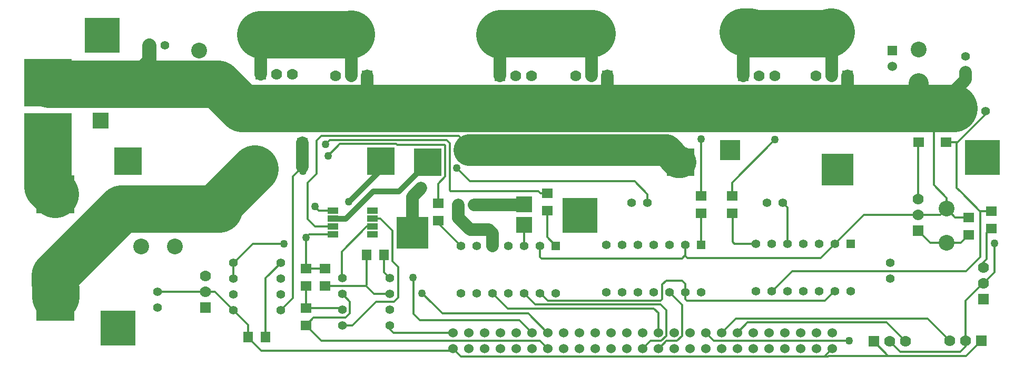
<source format=gbl>
G04 (created by PCBNEW (22-Jun-2014 BZR 4027)-stable) date vie 24 oct 2014 06:28:31 CST*
%MOIN*%
G04 Gerber Fmt 3.4, Leading zero omitted, Abs format*
%FSLAX34Y34*%
G01*
G70*
G90*
G04 APERTURE LIST*
%ADD10C,0.00590551*%
%ADD11R,0.06X0.06*%
%ADD12C,0.06*%
%ADD13R,0.3X0.3*%
%ADD14R,0.24X0.24*%
%ADD15R,0.175X0.175*%
%ADD16R,0.2X0.2*%
%ADD17R,0.125X0.125*%
%ADD18R,0.1X0.1*%
%ADD19R,0.22X0.22*%
%ADD20C,0.055*%
%ADD21R,0.071X0.063*%
%ADD22R,0.063X0.071*%
%ADD23R,0.055X0.055*%
%ADD24C,0.1*%
%ADD25R,0.065X0.04*%
%ADD26C,0.07*%
%ADD27R,0.07X0.07*%
%ADD28C,0.05*%
%ADD29C,0.012*%
%ADD30C,0.08*%
%ADD31C,0.3*%
%ADD32C,0.125*%
%ADD33C,0.09*%
%ADD34C,0.2*%
%ADD35C,0.035*%
G04 APERTURE END LIST*
G54D10*
G54D11*
X106830Y-54205D03*
G54D12*
X106830Y-55205D03*
G54D13*
X53402Y-59645D03*
X53402Y-56235D03*
G54D14*
X53870Y-63280D03*
X53870Y-70080D03*
G54D15*
X58450Y-61200D03*
X74450Y-61200D03*
X77430Y-61250D03*
X93430Y-61250D03*
G54D16*
X76450Y-65740D03*
G54D17*
X96550Y-60490D03*
G54D16*
X103365Y-61730D03*
G54D18*
X83530Y-65215D03*
X83530Y-63925D03*
G54D19*
X56810Y-53230D03*
X57838Y-71764D03*
X112518Y-60956D03*
G54D20*
X112738Y-58030D03*
X111738Y-58030D03*
X98888Y-63835D03*
X99888Y-63835D03*
X80375Y-63960D03*
X79375Y-63960D03*
X60315Y-70475D03*
X60315Y-69475D03*
X90340Y-63830D03*
X91340Y-63830D03*
X106700Y-67640D03*
X106700Y-68640D03*
X111474Y-54566D03*
X111474Y-55566D03*
X60785Y-53850D03*
X59785Y-53850D03*
G54D21*
X78099Y-64964D03*
X78099Y-63864D03*
X84986Y-64328D03*
X84986Y-63228D03*
X69500Y-58930D03*
X69500Y-60030D03*
X94740Y-64480D03*
X94740Y-63380D03*
G54D22*
X73560Y-67130D03*
X74660Y-67130D03*
G54D21*
X69720Y-71590D03*
X69720Y-70490D03*
X69720Y-68000D03*
X69720Y-69100D03*
X70920Y-68000D03*
X70920Y-69100D03*
X113080Y-64350D03*
X113080Y-65450D03*
X96690Y-64504D03*
X96690Y-63404D03*
X110235Y-60010D03*
X110235Y-58910D03*
X108490Y-58910D03*
X108490Y-60010D03*
X111675Y-64750D03*
X111675Y-65850D03*
G54D22*
X67166Y-72336D03*
X66066Y-72336D03*
G54D20*
X75024Y-68605D03*
X75024Y-69605D03*
X75024Y-70605D03*
X75024Y-71605D03*
X72024Y-71605D03*
X72024Y-70605D03*
X72024Y-69605D03*
X72024Y-68605D03*
X65116Y-67624D03*
X65116Y-68624D03*
X65116Y-69624D03*
X65116Y-70624D03*
X68116Y-70624D03*
X68116Y-69624D03*
X68116Y-68624D03*
X68116Y-67624D03*
G54D23*
X85522Y-66546D03*
G54D20*
X84522Y-66546D03*
X83522Y-66546D03*
X82522Y-66546D03*
X81522Y-66546D03*
X80522Y-66546D03*
X79522Y-66546D03*
X79522Y-69546D03*
X80522Y-69546D03*
X81522Y-69546D03*
X82522Y-69546D03*
X83522Y-69546D03*
X84522Y-69546D03*
X85522Y-69546D03*
G54D23*
X94740Y-66502D03*
G54D20*
X93740Y-66502D03*
X92740Y-66502D03*
X91740Y-66502D03*
X90740Y-66502D03*
X89740Y-66502D03*
X88740Y-66502D03*
X88740Y-69502D03*
X89740Y-69502D03*
X90740Y-69502D03*
X91740Y-69502D03*
X92740Y-69502D03*
X93740Y-69502D03*
X94740Y-69502D03*
G54D23*
X104180Y-66420D03*
G54D20*
X103180Y-66420D03*
X102180Y-66420D03*
X101180Y-66420D03*
X100180Y-66420D03*
X99180Y-66420D03*
X98180Y-66420D03*
X98180Y-69420D03*
X99180Y-69420D03*
X100180Y-69420D03*
X101180Y-69420D03*
X102180Y-69420D03*
X103180Y-69420D03*
X104180Y-69420D03*
G54D12*
X79014Y-73051D03*
X79025Y-72060D03*
X84014Y-73051D03*
X80014Y-72051D03*
X85014Y-73051D03*
X81014Y-72051D03*
X86014Y-73051D03*
X82014Y-72051D03*
X87014Y-73051D03*
X83014Y-72051D03*
X88014Y-73051D03*
X84014Y-72051D03*
X89014Y-73051D03*
X85014Y-72051D03*
X90014Y-73051D03*
X86014Y-72051D03*
X91014Y-73051D03*
X87014Y-72051D03*
X92014Y-73051D03*
X88014Y-72051D03*
X93014Y-73051D03*
X89014Y-72051D03*
X94014Y-73051D03*
X90014Y-72051D03*
X91014Y-72051D03*
X95014Y-73051D03*
X92014Y-72051D03*
X94014Y-72051D03*
X95014Y-72051D03*
X96014Y-72051D03*
X97014Y-72051D03*
X96014Y-73051D03*
X97014Y-73051D03*
X80014Y-73051D03*
X81014Y-73051D03*
X82014Y-73051D03*
X83014Y-73051D03*
X98014Y-73051D03*
X98014Y-72051D03*
X93014Y-72051D03*
X99014Y-73051D03*
X99014Y-72051D03*
X100014Y-73051D03*
X100014Y-72051D03*
X101014Y-73051D03*
X101014Y-72051D03*
X102014Y-73051D03*
X102014Y-72051D03*
X103014Y-73051D03*
X103014Y-72051D03*
G54D24*
X62964Y-54194D03*
X62964Y-56334D03*
X61420Y-66610D03*
X59280Y-66610D03*
X108500Y-54125D03*
X108500Y-56265D03*
X110260Y-66350D03*
X110260Y-64210D03*
G54D18*
X56737Y-58627D03*
X56739Y-57110D03*
G54D25*
X73910Y-65830D03*
X73910Y-65330D03*
X73910Y-64830D03*
X73910Y-64330D03*
X71410Y-64330D03*
X71410Y-64830D03*
X71410Y-65330D03*
X71410Y-65830D03*
G54D10*
G36*
X85945Y-65720D02*
X85945Y-63520D01*
X88145Y-63520D01*
X88145Y-65720D01*
X85945Y-65720D01*
X85945Y-65720D01*
G37*
G54D26*
X71600Y-55800D03*
X72600Y-55800D03*
G54D27*
X73600Y-55800D03*
G54D26*
X68850Y-55700D03*
X67850Y-55700D03*
G54D27*
X66850Y-55700D03*
G54D26*
X99400Y-55800D03*
X98400Y-55800D03*
G54D27*
X97400Y-55800D03*
G54D26*
X84000Y-55800D03*
X83000Y-55800D03*
G54D27*
X82000Y-55800D03*
G54D26*
X102000Y-55800D03*
X103000Y-55800D03*
G54D27*
X104000Y-55800D03*
G54D26*
X86800Y-55800D03*
X87800Y-55800D03*
G54D27*
X88800Y-55800D03*
X108460Y-65600D03*
G54D26*
X108460Y-63600D03*
X108460Y-64600D03*
G54D27*
X112590Y-69925D03*
G54D26*
X112590Y-67925D03*
X112590Y-68925D03*
G54D27*
X105650Y-72600D03*
G54D26*
X107650Y-72600D03*
X106650Y-72600D03*
G54D27*
X112452Y-72556D03*
G54D26*
X110452Y-72556D03*
X111452Y-72556D03*
G54D27*
X63360Y-70465D03*
G54D26*
X63360Y-68465D03*
X63360Y-69465D03*
G54D28*
X66374Y-61732D03*
X113302Y-66395D03*
X70278Y-64068D03*
X104097Y-72555D03*
X76500Y-68550D03*
X72420Y-63750D03*
X77000Y-62910D03*
X69533Y-61821D03*
X77072Y-69561D03*
X79254Y-61641D03*
X68341Y-66423D03*
X69737Y-66012D03*
X99405Y-59835D03*
X94738Y-59801D03*
X71124Y-60860D03*
X70960Y-60130D03*
G54D29*
X68116Y-67624D02*
X68116Y-67654D01*
X68116Y-67654D02*
X67166Y-68604D01*
X71980Y-67615D02*
X71980Y-68561D01*
X71980Y-68561D02*
X72024Y-68605D01*
X71980Y-67615D02*
X71980Y-66914D01*
X71980Y-66914D02*
X73564Y-65330D01*
X73908Y-65352D02*
X73564Y-65330D01*
X67166Y-68604D02*
X67166Y-72336D01*
G54D30*
X66407Y-61765D02*
X66407Y-61787D01*
X66374Y-61732D02*
X66407Y-61765D01*
G54D31*
X64228Y-64216D02*
X64228Y-63966D01*
X64228Y-63966D02*
X66407Y-61787D01*
X64138Y-64216D02*
X64228Y-64216D01*
X64123Y-64231D02*
X64138Y-64216D01*
X58060Y-64230D02*
X62458Y-64230D01*
X62458Y-64230D02*
X64123Y-64231D01*
X53870Y-68420D02*
X58060Y-64230D01*
X53880Y-69790D02*
X53870Y-68420D01*
X66407Y-61787D02*
X66484Y-61710D01*
G54D29*
X113302Y-68215D02*
X113302Y-66395D01*
X112592Y-68925D02*
X113302Y-68215D01*
X112592Y-68925D02*
X112590Y-68925D01*
X108460Y-60040D02*
X108490Y-60010D01*
X108450Y-60050D02*
X108490Y-60010D01*
X111452Y-72556D02*
X111452Y-72935D01*
X107310Y-73260D02*
X106650Y-72600D01*
X111127Y-73260D02*
X107310Y-73260D01*
X111452Y-72935D02*
X111127Y-73260D01*
X112590Y-68925D02*
X112564Y-68925D01*
X112564Y-68925D02*
X111452Y-70037D01*
X111452Y-70037D02*
X111452Y-72556D01*
X108460Y-63600D02*
X108460Y-60040D01*
G54D30*
X88800Y-55800D02*
X88800Y-56551D01*
X88800Y-56551D02*
X90119Y-57870D01*
X104000Y-55800D02*
X104000Y-56630D01*
X104000Y-56630D02*
X105231Y-57861D01*
G54D29*
X103190Y-66420D02*
X105010Y-64600D01*
X103190Y-66420D02*
X103180Y-66420D01*
X109870Y-64600D02*
X110260Y-64210D01*
X110260Y-64210D02*
X110260Y-63520D01*
X110260Y-63520D02*
X109450Y-62710D01*
X109450Y-62710D02*
X109450Y-57775D01*
X109450Y-57215D02*
X108500Y-56265D01*
X71410Y-64330D02*
X70540Y-64330D01*
X70540Y-64330D02*
X70278Y-64068D01*
G54D30*
X111474Y-55566D02*
X111474Y-56036D01*
X111474Y-56036D02*
X109649Y-57861D01*
G54D32*
X108500Y-56265D02*
X108500Y-56712D01*
X108500Y-56712D02*
X109649Y-57861D01*
G54D31*
X102389Y-57861D02*
X105231Y-57861D01*
X105231Y-57861D02*
X109649Y-57861D01*
X109649Y-57861D02*
X110700Y-57870D01*
X110700Y-57870D02*
X110721Y-57849D01*
G54D29*
X111675Y-64750D02*
X110800Y-64750D01*
X110800Y-64750D02*
X110260Y-64210D01*
X103180Y-66420D02*
X103180Y-66425D01*
X102286Y-67319D02*
X93870Y-67319D01*
X93870Y-67319D02*
X93740Y-67189D01*
X93740Y-67189D02*
X93740Y-66502D01*
X103180Y-66425D02*
X102286Y-67319D01*
X66066Y-72336D02*
X66066Y-71574D01*
X66066Y-71574D02*
X65116Y-70624D01*
X65116Y-70624D02*
X65116Y-70621D01*
X63960Y-69465D02*
X63360Y-69465D01*
X65116Y-70621D02*
X63960Y-69465D01*
X60315Y-69475D02*
X63350Y-69475D01*
X63350Y-69475D02*
X63360Y-69465D01*
X66066Y-72336D02*
X66066Y-72351D01*
X66066Y-72351D02*
X66893Y-73178D01*
X103180Y-69420D02*
X103151Y-69420D01*
X93960Y-70016D02*
X93839Y-70016D01*
X102555Y-70016D02*
X93960Y-70016D01*
X93839Y-70016D02*
X93740Y-69917D01*
X93740Y-69917D02*
X93740Y-69502D01*
X103151Y-69420D02*
X102555Y-70016D01*
X103014Y-73051D02*
X103014Y-73064D01*
X103014Y-73064D02*
X102531Y-73548D01*
X84522Y-69546D02*
X84554Y-69546D01*
X84554Y-69546D02*
X85030Y-70022D01*
X105650Y-72600D02*
X105650Y-72610D01*
X105650Y-72610D02*
X106561Y-73521D01*
X106130Y-73521D02*
X102780Y-73521D01*
X102780Y-73521D02*
X102753Y-73548D01*
X79511Y-73548D02*
X79014Y-73051D01*
X102531Y-73548D02*
X79511Y-73548D01*
X102753Y-73548D02*
X102531Y-73548D01*
X78887Y-73178D02*
X79014Y-73051D01*
X66893Y-73178D02*
X78887Y-73178D01*
X75024Y-71605D02*
X75024Y-71814D01*
X75270Y-72060D02*
X79025Y-72060D01*
X75024Y-71814D02*
X75270Y-72060D01*
X93740Y-68967D02*
X93740Y-69502D01*
X93520Y-68747D02*
X93740Y-68967D01*
X92512Y-68747D02*
X93520Y-68747D01*
X92250Y-69009D02*
X92512Y-68747D01*
X92250Y-69940D02*
X92250Y-69009D01*
X92167Y-70022D02*
X92250Y-69940D01*
X85030Y-70022D02*
X92167Y-70022D01*
X70534Y-64330D02*
X70266Y-64062D01*
X70278Y-64068D02*
X70272Y-64062D01*
X70272Y-64062D02*
X70266Y-64062D01*
X111487Y-73521D02*
X112452Y-72556D01*
X106561Y-73521D02*
X111487Y-73521D01*
X106130Y-73521D02*
X106561Y-73521D01*
X93740Y-66502D02*
X93740Y-67141D01*
X84522Y-67246D02*
X84522Y-66546D01*
X84626Y-67350D02*
X84522Y-67246D01*
X93531Y-67350D02*
X84626Y-67350D01*
X93740Y-67141D02*
X93531Y-67350D01*
G54D30*
X102389Y-57861D02*
X102380Y-57870D01*
G54D31*
X73590Y-57870D02*
X87090Y-57870D01*
X87090Y-57870D02*
X90119Y-57870D01*
X90119Y-57870D02*
X102380Y-57870D01*
G54D33*
X59785Y-53850D02*
X59785Y-54815D01*
X59785Y-54815D02*
X58266Y-56334D01*
G54D31*
X73590Y-57870D02*
X70448Y-57870D01*
X70448Y-57870D02*
X65700Y-57870D01*
X53501Y-56334D02*
X53402Y-56235D01*
X64164Y-56334D02*
X58266Y-56334D01*
X58266Y-56334D02*
X53501Y-56334D01*
X65700Y-57870D02*
X64164Y-56334D01*
G54D30*
X73600Y-55800D02*
X73590Y-57870D01*
X73590Y-57870D02*
X73595Y-57875D01*
G54D29*
X108460Y-64600D02*
X105010Y-64600D01*
X108460Y-64600D02*
X109870Y-64600D01*
X98180Y-66420D02*
X96830Y-66420D01*
X96710Y-64524D02*
X96690Y-64504D01*
X96710Y-66300D02*
X96710Y-64524D01*
X96830Y-66420D02*
X96710Y-66300D01*
X94740Y-66502D02*
X94740Y-64480D01*
X112590Y-67925D02*
X112590Y-67590D01*
X112800Y-65730D02*
X113080Y-65450D01*
X112800Y-67380D02*
X112800Y-65730D01*
X112590Y-67590D02*
X112800Y-67380D01*
X95014Y-72051D02*
X95014Y-72054D01*
X95014Y-72054D02*
X95514Y-72554D01*
X104096Y-72554D02*
X104097Y-72555D01*
X95514Y-72554D02*
X104096Y-72554D01*
X84546Y-70263D02*
X84239Y-70263D01*
X84239Y-70263D02*
X83522Y-69546D01*
X91510Y-72555D02*
X91014Y-73051D01*
X92204Y-72555D02*
X91510Y-72555D01*
X92512Y-72247D02*
X92204Y-72555D01*
X92512Y-70627D02*
X92512Y-72247D01*
X92148Y-70263D02*
X92512Y-70627D01*
X84546Y-70263D02*
X92148Y-70263D01*
X92014Y-73051D02*
X92047Y-73051D01*
X92542Y-72556D02*
X93206Y-72556D01*
X92047Y-73051D02*
X92542Y-72556D01*
X93515Y-70277D02*
X92740Y-69502D01*
X93206Y-72556D02*
X93515Y-72247D01*
X93515Y-72247D02*
X93515Y-70277D01*
X71410Y-65330D02*
X70280Y-65330D01*
X70280Y-65330D02*
X69820Y-64870D01*
X79387Y-59577D02*
X80305Y-60495D01*
X70686Y-59577D02*
X79387Y-59577D01*
X70378Y-59885D02*
X70686Y-59577D01*
X70378Y-61996D02*
X70378Y-59885D01*
X69820Y-62554D02*
X70378Y-61996D01*
X69820Y-64870D02*
X69820Y-62554D01*
X70280Y-65330D02*
X69820Y-64870D01*
X87516Y-60495D02*
X87516Y-60940D01*
X87516Y-60940D02*
X87516Y-60495D01*
G54D34*
X93430Y-61250D02*
X93269Y-61250D01*
X92514Y-60495D02*
X87516Y-60495D01*
X93269Y-61250D02*
X92514Y-60495D01*
X87516Y-60495D02*
X80305Y-60495D01*
X80305Y-60495D02*
X80055Y-60495D01*
G54D29*
X107930Y-71150D02*
X109046Y-71150D01*
X107930Y-71150D02*
X96915Y-71150D01*
X96915Y-71150D02*
X96014Y-72051D01*
X109046Y-71150D02*
X110452Y-72556D01*
X74660Y-67130D02*
X74660Y-68241D01*
X74660Y-68241D02*
X75024Y-68605D01*
X83216Y-71253D02*
X84014Y-72051D01*
X76923Y-71253D02*
X83216Y-71253D01*
X76515Y-70845D02*
X76923Y-71253D01*
X76515Y-68565D02*
X76515Y-70845D01*
X76500Y-68550D02*
X76515Y-68565D01*
X73560Y-68855D02*
X73560Y-69041D01*
X73560Y-69041D02*
X73501Y-69100D01*
X73290Y-69100D02*
X73501Y-69100D01*
X73501Y-69100D02*
X73530Y-69100D01*
X73530Y-69100D02*
X73540Y-69110D01*
X74035Y-69605D02*
X75024Y-69605D01*
X74035Y-69605D02*
X73540Y-69110D01*
X72551Y-69100D02*
X73290Y-69100D01*
X73560Y-67130D02*
X73560Y-68855D01*
X70920Y-69100D02*
X72551Y-69100D01*
X84986Y-64328D02*
X84986Y-66010D01*
X84986Y-66010D02*
X85522Y-66546D01*
X75180Y-66688D02*
X75180Y-65580D01*
X75180Y-65580D02*
X74595Y-64995D01*
X75560Y-68153D02*
X75560Y-67892D01*
X75180Y-67512D02*
X75180Y-66688D01*
X75560Y-67892D02*
X75180Y-67512D01*
X75128Y-70110D02*
X75276Y-70110D01*
X74595Y-64995D02*
X74430Y-64830D01*
X74430Y-64830D02*
X73910Y-64830D01*
X75560Y-69826D02*
X75560Y-68153D01*
X75276Y-70110D02*
X75560Y-69826D01*
X72024Y-71605D02*
X72675Y-71605D01*
X74170Y-70110D02*
X75128Y-70110D01*
X72675Y-71605D02*
X74170Y-70110D01*
X72024Y-71605D02*
X72024Y-71511D01*
X69720Y-71590D02*
X69726Y-71590D01*
X72501Y-70082D02*
X72024Y-69605D01*
X72501Y-70825D02*
X72501Y-70082D01*
X72216Y-71110D02*
X72501Y-70825D01*
X70206Y-71110D02*
X72216Y-71110D01*
X69726Y-71590D02*
X70206Y-71110D01*
X71955Y-72552D02*
X70682Y-72552D01*
X71955Y-72552D02*
X84515Y-72552D01*
X84515Y-72552D02*
X85014Y-73051D01*
X70682Y-72552D02*
X69720Y-71590D01*
X69720Y-69100D02*
X69720Y-70490D01*
X69720Y-70490D02*
X71909Y-70490D01*
X71909Y-70490D02*
X72024Y-70605D01*
X78099Y-64964D02*
X78099Y-65123D01*
X78099Y-65123D02*
X79522Y-66546D01*
G54D30*
X80375Y-63960D02*
X83495Y-63960D01*
X83495Y-63960D02*
X83530Y-63925D01*
G54D29*
X104107Y-71393D02*
X106443Y-71393D01*
X106443Y-71393D02*
X107650Y-72600D01*
X97672Y-71393D02*
X97014Y-72051D01*
X104107Y-71393D02*
X97672Y-71393D01*
G54D35*
X72420Y-63750D02*
X74450Y-61735D01*
X74450Y-61735D02*
X74450Y-61200D01*
G54D30*
X76450Y-65740D02*
X76450Y-63460D01*
X76450Y-63460D02*
X77000Y-62910D01*
X103000Y-55800D02*
X103000Y-53258D01*
X103000Y-53258D02*
X102872Y-53130D01*
G54D31*
X97400Y-53030D02*
X97825Y-53030D01*
X102872Y-53130D02*
X102960Y-53042D01*
X97925Y-53130D02*
X102872Y-53130D01*
X97825Y-53030D02*
X97925Y-53130D01*
G54D30*
X97400Y-55800D02*
X97400Y-53030D01*
X97400Y-53030D02*
X97395Y-53025D01*
G54D29*
X100180Y-66420D02*
X100180Y-64127D01*
X100180Y-64127D02*
X99888Y-63835D01*
X68116Y-70624D02*
X68116Y-70614D01*
X68116Y-70614D02*
X68880Y-69850D01*
X68880Y-62174D02*
X69503Y-61551D01*
X68880Y-69850D02*
X68880Y-62174D01*
G54D30*
X69500Y-61548D02*
X69500Y-60030D01*
X69503Y-61551D02*
X69500Y-61548D01*
G54D29*
X82020Y-70830D02*
X78350Y-70830D01*
X78350Y-70830D02*
X77760Y-70240D01*
X85014Y-72051D02*
X85007Y-72051D01*
X85007Y-72051D02*
X83786Y-70830D01*
X77072Y-69561D02*
X77751Y-70240D01*
X77751Y-70240D02*
X77760Y-70240D01*
X82020Y-70830D02*
X83786Y-70830D01*
G54D30*
X79375Y-63960D02*
X79375Y-64794D01*
X79375Y-64794D02*
X80116Y-65535D01*
X80116Y-65535D02*
X81300Y-65535D01*
X81300Y-65535D02*
X81522Y-65757D01*
X81522Y-65757D02*
X81522Y-66546D01*
X72600Y-55800D02*
X72600Y-53185D01*
X72600Y-53185D02*
X72595Y-53180D01*
G54D31*
X66850Y-53180D02*
X72595Y-53180D01*
X72595Y-53180D02*
X72600Y-53175D01*
G54D30*
X66850Y-55700D02*
X66850Y-53180D01*
X66850Y-53180D02*
X66855Y-53175D01*
X87800Y-55800D02*
X87800Y-53140D01*
X87800Y-53140D02*
X87803Y-53137D01*
G54D35*
X71411Y-64830D02*
X72240Y-64830D01*
X75584Y-63096D02*
X77430Y-61250D01*
X73974Y-63096D02*
X75584Y-63096D01*
X72240Y-64830D02*
X73974Y-63096D01*
G54D29*
X83908Y-62468D02*
X80081Y-62468D01*
X80081Y-62468D02*
X79254Y-61641D01*
X90518Y-62468D02*
X83908Y-62468D01*
X83908Y-62468D02*
X83839Y-62468D01*
X91340Y-63830D02*
X91340Y-63290D01*
X91340Y-63290D02*
X90518Y-62468D01*
G54D31*
X82005Y-53205D02*
X82073Y-53137D01*
X87803Y-53137D02*
X87810Y-53130D01*
X82073Y-53137D02*
X87803Y-53137D01*
G54D30*
X82000Y-55800D02*
X82005Y-55795D01*
X82005Y-55795D02*
X82005Y-53205D01*
X82005Y-53205D02*
X82005Y-53190D01*
G54D31*
X53402Y-62812D02*
X53870Y-63280D01*
X53402Y-59645D02*
X53402Y-62812D01*
G54D29*
X81522Y-69546D02*
X81523Y-69546D01*
X82488Y-70511D02*
X82761Y-70511D01*
X81523Y-69546D02*
X82488Y-70511D01*
X92014Y-70797D02*
X92014Y-72051D01*
X82761Y-70511D02*
X91728Y-70511D01*
X91728Y-70511D02*
X92014Y-70797D01*
X71410Y-65830D02*
X69919Y-65830D01*
X69919Y-65830D02*
X69737Y-66012D01*
X66347Y-66423D02*
X68341Y-66423D01*
X65146Y-67624D02*
X66347Y-66423D01*
X65116Y-67624D02*
X65146Y-67624D01*
X69737Y-66012D02*
X69720Y-66029D01*
X69720Y-66029D02*
X69720Y-66031D01*
X69921Y-65830D02*
X69720Y-66031D01*
X69720Y-67466D02*
X69720Y-68000D01*
X70920Y-68000D02*
X69720Y-68000D01*
X69720Y-66031D02*
X69720Y-67466D01*
X69720Y-67466D02*
X69720Y-67475D01*
X65116Y-67624D02*
X65116Y-68624D01*
X96690Y-63404D02*
X96690Y-62550D01*
X96690Y-62550D02*
X99405Y-59835D01*
X94740Y-63380D02*
X94740Y-62820D01*
X94738Y-62818D02*
X94740Y-62818D01*
X94740Y-62820D02*
X94738Y-62818D01*
X94738Y-60329D02*
X94738Y-59801D01*
X94740Y-60331D02*
X94738Y-60329D01*
X94740Y-62818D02*
X94740Y-60331D01*
X72321Y-60109D02*
X71875Y-60109D01*
X71875Y-60109D02*
X71124Y-60860D01*
X78099Y-62615D02*
X78540Y-62174D01*
X78540Y-62174D02*
X78540Y-60200D01*
X78540Y-60200D02*
X78505Y-60165D01*
X78505Y-60165D02*
X75488Y-60165D01*
X75488Y-60165D02*
X75432Y-60109D01*
X75432Y-60109D02*
X72321Y-60109D01*
X78099Y-62615D02*
X78099Y-63864D01*
X84986Y-63228D02*
X84568Y-63228D01*
X84568Y-63228D02*
X84420Y-63080D01*
X84420Y-63080D02*
X78875Y-63080D01*
X78621Y-59857D02*
X78810Y-60046D01*
X78810Y-60046D02*
X78810Y-61767D01*
X71233Y-59857D02*
X78579Y-59857D01*
X70960Y-60130D02*
X71233Y-59857D01*
X78579Y-59857D02*
X78621Y-59857D01*
X78810Y-63015D02*
X78810Y-61767D01*
X78875Y-63080D02*
X78810Y-63015D01*
X110260Y-66350D02*
X109210Y-66350D01*
X109210Y-66350D02*
X108460Y-65600D01*
X83530Y-65215D02*
X83530Y-66538D01*
X83530Y-66538D02*
X83522Y-66546D01*
X110260Y-66350D02*
X111175Y-66350D01*
X111175Y-66350D02*
X111675Y-65850D01*
X83500Y-66524D02*
X83522Y-66546D01*
X112738Y-58030D02*
X112738Y-58237D01*
X110965Y-60010D02*
X110896Y-60010D01*
X112738Y-58237D02*
X110965Y-60010D01*
X110896Y-60010D02*
X110896Y-62886D01*
X110896Y-62886D02*
X111146Y-63136D01*
X110235Y-60010D02*
X110896Y-60010D01*
X113080Y-64350D02*
X112440Y-64350D01*
X112440Y-64350D02*
X112400Y-64390D01*
X110937Y-68153D02*
X111499Y-68153D01*
X108392Y-68153D02*
X110937Y-68153D01*
X111522Y-68130D02*
X111522Y-68128D01*
X111499Y-68153D02*
X111522Y-68130D01*
X112400Y-64390D02*
X111146Y-63136D01*
X112400Y-64750D02*
X112400Y-64390D01*
X111522Y-68128D02*
X112400Y-67250D01*
X112400Y-64750D02*
X112400Y-64770D01*
X112400Y-67250D02*
X112400Y-64770D01*
X99180Y-69420D02*
X99210Y-69420D01*
X100477Y-68153D02*
X108392Y-68153D01*
X99210Y-69420D02*
X100477Y-68153D01*
X108392Y-68153D02*
X108396Y-68157D01*
M02*

</source>
